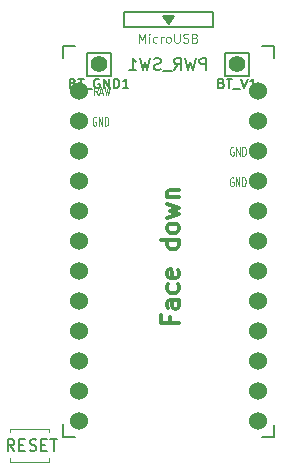
<source format=gbr>
%TF.GenerationSoftware,KiCad,Pcbnew,(6.0.2-0)*%
%TF.CreationDate,2022-03-04T17:43:14-06:00*%
%TF.ProjectId,Exkeylibur,45786b65-796c-4696-9275-722e6b696361,rev?*%
%TF.SameCoordinates,Original*%
%TF.FileFunction,Legend,Top*%
%TF.FilePolarity,Positive*%
%FSLAX46Y46*%
G04 Gerber Fmt 4.6, Leading zero omitted, Abs format (unit mm)*
G04 Created by KiCad (PCBNEW (6.0.2-0)) date 2022-03-04 17:43:14*
%MOMM*%
%LPD*%
G01*
G04 APERTURE LIST*
%ADD10C,0.300000*%
%ADD11C,0.125000*%
%ADD12C,0.150000*%
%ADD13C,0.120000*%
%ADD14C,1.524000*%
%ADD15C,1.397000*%
G04 APERTURE END LIST*
D10*
X138210392Y-71834069D02*
X138210392Y-72334069D01*
X138996106Y-72334069D02*
X137496106Y-72334069D01*
X137496106Y-71619783D01*
X138996106Y-70405497D02*
X138210392Y-70405497D01*
X138067535Y-70476926D01*
X137996106Y-70619783D01*
X137996106Y-70905497D01*
X138067535Y-71048354D01*
X138924677Y-70405497D02*
X138996106Y-70548354D01*
X138996106Y-70905497D01*
X138924677Y-71048354D01*
X138781820Y-71119783D01*
X138638963Y-71119783D01*
X138496106Y-71048354D01*
X138424677Y-70905497D01*
X138424677Y-70548354D01*
X138353249Y-70405497D01*
X138924677Y-69048354D02*
X138996106Y-69191212D01*
X138996106Y-69476926D01*
X138924677Y-69619783D01*
X138853249Y-69691212D01*
X138710392Y-69762640D01*
X138281820Y-69762640D01*
X138138963Y-69691212D01*
X138067535Y-69619783D01*
X137996106Y-69476926D01*
X137996106Y-69191212D01*
X138067535Y-69048354D01*
X138924677Y-67834069D02*
X138996106Y-67976926D01*
X138996106Y-68262640D01*
X138924677Y-68405497D01*
X138781820Y-68476926D01*
X138210392Y-68476926D01*
X138067535Y-68405497D01*
X137996106Y-68262640D01*
X137996106Y-67976926D01*
X138067535Y-67834069D01*
X138210392Y-67762640D01*
X138353249Y-67762640D01*
X138496106Y-68476926D01*
X138996106Y-65334069D02*
X137496106Y-65334069D01*
X138924677Y-65334069D02*
X138996106Y-65476926D01*
X138996106Y-65762640D01*
X138924677Y-65905497D01*
X138853249Y-65976926D01*
X138710392Y-66048354D01*
X138281820Y-66048354D01*
X138138963Y-65976926D01*
X138067535Y-65905497D01*
X137996106Y-65762640D01*
X137996106Y-65476926D01*
X138067535Y-65334069D01*
X138996106Y-64405497D02*
X138924677Y-64548354D01*
X138853249Y-64619783D01*
X138710392Y-64691212D01*
X138281820Y-64691212D01*
X138138963Y-64619783D01*
X138067535Y-64548354D01*
X137996106Y-64405497D01*
X137996106Y-64191212D01*
X138067535Y-64048354D01*
X138138963Y-63976926D01*
X138281820Y-63905497D01*
X138710392Y-63905497D01*
X138853249Y-63976926D01*
X138924677Y-64048354D01*
X138996106Y-64191212D01*
X138996106Y-64405497D01*
X137996106Y-63405497D02*
X138996106Y-63119783D01*
X138281820Y-62834069D01*
X138996106Y-62548354D01*
X137996106Y-62262640D01*
X137996106Y-61691212D02*
X138996106Y-61691212D01*
X138138963Y-61691212D02*
X138067535Y-61619783D01*
X137996106Y-61476926D01*
X137996106Y-61262640D01*
X138067535Y-61119783D01*
X138210392Y-61048354D01*
X138996106Y-61048354D01*
D11*
%TO.C,U1*%
X131966582Y-54914212D02*
X131918963Y-54878497D01*
X131847535Y-54878497D01*
X131776106Y-54914212D01*
X131728487Y-54985640D01*
X131704677Y-55057069D01*
X131680868Y-55199926D01*
X131680868Y-55307069D01*
X131704677Y-55449926D01*
X131728487Y-55521354D01*
X131776106Y-55592783D01*
X131847535Y-55628497D01*
X131895154Y-55628497D01*
X131966582Y-55592783D01*
X131990392Y-55557069D01*
X131990392Y-55307069D01*
X131895154Y-55307069D01*
X132204677Y-55628497D02*
X132204677Y-54878497D01*
X132490392Y-55628497D01*
X132490392Y-54878497D01*
X132728487Y-55628497D02*
X132728487Y-54878497D01*
X132847535Y-54878497D01*
X132918963Y-54914212D01*
X132966582Y-54985640D01*
X132990392Y-55057069D01*
X133014201Y-55199926D01*
X133014201Y-55307069D01*
X132990392Y-55449926D01*
X132966582Y-55521354D01*
X132918963Y-55592783D01*
X132847535Y-55628497D01*
X132728487Y-55628497D01*
X143596582Y-60024212D02*
X143548963Y-59988497D01*
X143477535Y-59988497D01*
X143406106Y-60024212D01*
X143358487Y-60095640D01*
X143334677Y-60167069D01*
X143310868Y-60309926D01*
X143310868Y-60417069D01*
X143334677Y-60559926D01*
X143358487Y-60631354D01*
X143406106Y-60702783D01*
X143477535Y-60738497D01*
X143525154Y-60738497D01*
X143596582Y-60702783D01*
X143620392Y-60667069D01*
X143620392Y-60417069D01*
X143525154Y-60417069D01*
X143834677Y-60738497D02*
X143834677Y-59988497D01*
X144120392Y-60738497D01*
X144120392Y-59988497D01*
X144358487Y-60738497D02*
X144358487Y-59988497D01*
X144477535Y-59988497D01*
X144548963Y-60024212D01*
X144596582Y-60095640D01*
X144620392Y-60167069D01*
X144644201Y-60309926D01*
X144644201Y-60417069D01*
X144620392Y-60559926D01*
X144596582Y-60631354D01*
X144548963Y-60702783D01*
X144477535Y-60738497D01*
X144358487Y-60738497D01*
D12*
D11*
X143616582Y-57444212D02*
X143568963Y-57408497D01*
X143497535Y-57408497D01*
X143426106Y-57444212D01*
X143378487Y-57515640D01*
X143354677Y-57587069D01*
X143330868Y-57729926D01*
X143330868Y-57837069D01*
X143354677Y-57979926D01*
X143378487Y-58051354D01*
X143426106Y-58122783D01*
X143497535Y-58158497D01*
X143545154Y-58158497D01*
X143616582Y-58122783D01*
X143640392Y-58087069D01*
X143640392Y-57837069D01*
X143545154Y-57837069D01*
X143854677Y-58158497D02*
X143854677Y-57408497D01*
X144140392Y-58158497D01*
X144140392Y-57408497D01*
X144378487Y-58158497D02*
X144378487Y-57408497D01*
X144497535Y-57408497D01*
X144568963Y-57444212D01*
X144616582Y-57515640D01*
X144640392Y-57587069D01*
X144664201Y-57729926D01*
X144664201Y-57837069D01*
X144640392Y-57979926D01*
X144616582Y-58051354D01*
X144568963Y-58122783D01*
X144497535Y-58158497D01*
X144378487Y-58158497D01*
D13*
X135621106Y-48588497D02*
X135621106Y-47838497D01*
X135871106Y-48374212D01*
X136121106Y-47838497D01*
X136121106Y-48588497D01*
X136478249Y-48588497D02*
X136478249Y-48088497D01*
X136478249Y-47838497D02*
X136442535Y-47874212D01*
X136478249Y-47909926D01*
X136513963Y-47874212D01*
X136478249Y-47838497D01*
X136478249Y-47909926D01*
X137156820Y-48552783D02*
X137085392Y-48588497D01*
X136942535Y-48588497D01*
X136871106Y-48552783D01*
X136835392Y-48517069D01*
X136799677Y-48445640D01*
X136799677Y-48231354D01*
X136835392Y-48159926D01*
X136871106Y-48124212D01*
X136942535Y-48088497D01*
X137085392Y-48088497D01*
X137156820Y-48124212D01*
X137478249Y-48588497D02*
X137478249Y-48088497D01*
X137478249Y-48231354D02*
X137513963Y-48159926D01*
X137549677Y-48124212D01*
X137621106Y-48088497D01*
X137692535Y-48088497D01*
X138049677Y-48588497D02*
X137978249Y-48552783D01*
X137942535Y-48517069D01*
X137906820Y-48445640D01*
X137906820Y-48231354D01*
X137942535Y-48159926D01*
X137978249Y-48124212D01*
X138049677Y-48088497D01*
X138156820Y-48088497D01*
X138228249Y-48124212D01*
X138263963Y-48159926D01*
X138299677Y-48231354D01*
X138299677Y-48445640D01*
X138263963Y-48517069D01*
X138228249Y-48552783D01*
X138156820Y-48588497D01*
X138049677Y-48588497D01*
X138621106Y-47838497D02*
X138621106Y-48445640D01*
X138656820Y-48517069D01*
X138692535Y-48552783D01*
X138763963Y-48588497D01*
X138906820Y-48588497D01*
X138978249Y-48552783D01*
X139013963Y-48517069D01*
X139049677Y-48445640D01*
X139049677Y-47838497D01*
X139371106Y-48552783D02*
X139478249Y-48588497D01*
X139656820Y-48588497D01*
X139728249Y-48552783D01*
X139763963Y-48517069D01*
X139799677Y-48445640D01*
X139799677Y-48374212D01*
X139763963Y-48302783D01*
X139728249Y-48267069D01*
X139656820Y-48231354D01*
X139513963Y-48195640D01*
X139442535Y-48159926D01*
X139406820Y-48124212D01*
X139371106Y-48052783D01*
X139371106Y-47981354D01*
X139406820Y-47909926D01*
X139442535Y-47874212D01*
X139513963Y-47838497D01*
X139692535Y-47838497D01*
X139799677Y-47874212D01*
X140371106Y-48195640D02*
X140478249Y-48231354D01*
X140513963Y-48267069D01*
X140549677Y-48338497D01*
X140549677Y-48445640D01*
X140513963Y-48517069D01*
X140478249Y-48552783D01*
X140406820Y-48588497D01*
X140121106Y-48588497D01*
X140121106Y-47838497D01*
X140371106Y-47838497D01*
X140442535Y-47874212D01*
X140478249Y-47909926D01*
X140513963Y-47981354D01*
X140513963Y-48052783D01*
X140478249Y-48124212D01*
X140442535Y-48159926D01*
X140371106Y-48195640D01*
X140121106Y-48195640D01*
D11*
X132126287Y-53060922D02*
X131959621Y-52703779D01*
X131840573Y-53060922D02*
X131840573Y-52310922D01*
X132031049Y-52310922D01*
X132078668Y-52346637D01*
X132102478Y-52382351D01*
X132126287Y-52453779D01*
X132126287Y-52560922D01*
X132102478Y-52632351D01*
X132078668Y-52668065D01*
X132031049Y-52703779D01*
X131840573Y-52703779D01*
X132316764Y-52846637D02*
X132554859Y-52846637D01*
X132269145Y-53060922D02*
X132435811Y-52310922D01*
X132602478Y-53060922D01*
X132721526Y-52310922D02*
X132840573Y-53060922D01*
X132935811Y-52525208D01*
X133031049Y-53060922D01*
X133150097Y-52310922D01*
D12*
%TO.C,BT_V1*%
X142608925Y-52028154D02*
X142725039Y-52066859D01*
X142763744Y-52105564D01*
X142802449Y-52182973D01*
X142802449Y-52299088D01*
X142763744Y-52376497D01*
X142725039Y-52415202D01*
X142647630Y-52453907D01*
X142337992Y-52453907D01*
X142337992Y-51641107D01*
X142608925Y-51641107D01*
X142686335Y-51679812D01*
X142725039Y-51718516D01*
X142763744Y-51795926D01*
X142763744Y-51873335D01*
X142725039Y-51950745D01*
X142686335Y-51989450D01*
X142608925Y-52028154D01*
X142337992Y-52028154D01*
X143034677Y-51641107D02*
X143499135Y-51641107D01*
X143266906Y-52453907D02*
X143266906Y-51641107D01*
X143576544Y-52531316D02*
X144195820Y-52531316D01*
X144273230Y-51641107D02*
X144544163Y-52453907D01*
X144815096Y-51641107D01*
X145511782Y-52453907D02*
X145047325Y-52453907D01*
X145279554Y-52453907D02*
X145279554Y-51641107D01*
X145202144Y-51757221D01*
X145124735Y-51834631D01*
X145047325Y-51873335D01*
%TO.C,BT_GND1*%
X130034715Y-52028154D02*
X130150830Y-52066859D01*
X130189535Y-52105564D01*
X130228239Y-52182973D01*
X130228239Y-52299088D01*
X130189535Y-52376497D01*
X130150830Y-52415202D01*
X130073420Y-52453907D01*
X129763782Y-52453907D01*
X129763782Y-51641107D01*
X130034715Y-51641107D01*
X130112125Y-51679812D01*
X130150830Y-51718516D01*
X130189535Y-51795926D01*
X130189535Y-51873335D01*
X130150830Y-51950745D01*
X130112125Y-51989450D01*
X130034715Y-52028154D01*
X129763782Y-52028154D01*
X130460468Y-51641107D02*
X130924925Y-51641107D01*
X130692696Y-52453907D02*
X130692696Y-51641107D01*
X131002335Y-52531316D02*
X131621611Y-52531316D01*
X132240887Y-51679812D02*
X132163477Y-51641107D01*
X132047363Y-51641107D01*
X131931249Y-51679812D01*
X131853839Y-51757221D01*
X131815135Y-51834631D01*
X131776430Y-51989450D01*
X131776430Y-52105564D01*
X131815135Y-52260383D01*
X131853839Y-52337792D01*
X131931249Y-52415202D01*
X132047363Y-52453907D01*
X132124773Y-52453907D01*
X132240887Y-52415202D01*
X132279592Y-52376497D01*
X132279592Y-52105564D01*
X132124773Y-52105564D01*
X132627935Y-52453907D02*
X132627935Y-51641107D01*
X133092392Y-52453907D01*
X133092392Y-51641107D01*
X133479439Y-52453907D02*
X133479439Y-51641107D01*
X133672963Y-51641107D01*
X133789077Y-51679812D01*
X133866487Y-51757221D01*
X133905192Y-51834631D01*
X133943896Y-51989450D01*
X133943896Y-52105564D01*
X133905192Y-52260383D01*
X133866487Y-52337792D01*
X133789077Y-52415202D01*
X133672963Y-52453907D01*
X133479439Y-52453907D01*
X134717992Y-52453907D02*
X134253535Y-52453907D01*
X134485763Y-52453907D02*
X134485763Y-51641107D01*
X134408354Y-51757221D01*
X134330944Y-51834631D01*
X134253535Y-51873335D01*
%TO.C,PWR_SW1*%
X141304897Y-50906517D02*
X141304897Y-49906517D01*
X140923944Y-49906517D01*
X140828706Y-49954137D01*
X140781087Y-50001756D01*
X140733468Y-50096994D01*
X140733468Y-50239851D01*
X140781087Y-50335089D01*
X140828706Y-50382708D01*
X140923944Y-50430327D01*
X141304897Y-50430327D01*
X140400135Y-49906517D02*
X140162040Y-50906517D01*
X139971563Y-50192232D01*
X139781087Y-50906517D01*
X139542992Y-49906517D01*
X138590611Y-50906517D02*
X138923944Y-50430327D01*
X139162040Y-50906517D02*
X139162040Y-49906517D01*
X138781087Y-49906517D01*
X138685849Y-49954137D01*
X138638230Y-50001756D01*
X138590611Y-50096994D01*
X138590611Y-50239851D01*
X138638230Y-50335089D01*
X138685849Y-50382708D01*
X138781087Y-50430327D01*
X139162040Y-50430327D01*
X138400135Y-51001756D02*
X137638230Y-51001756D01*
X137447754Y-50858898D02*
X137304897Y-50906517D01*
X137066802Y-50906517D01*
X136971563Y-50858898D01*
X136923944Y-50811279D01*
X136876325Y-50716041D01*
X136876325Y-50620803D01*
X136923944Y-50525565D01*
X136971563Y-50477946D01*
X137066802Y-50430327D01*
X137257278Y-50382708D01*
X137352516Y-50335089D01*
X137400135Y-50287470D01*
X137447754Y-50192232D01*
X137447754Y-50096994D01*
X137400135Y-50001756D01*
X137352516Y-49954137D01*
X137257278Y-49906517D01*
X137019182Y-49906517D01*
X136876325Y-49954137D01*
X136542992Y-49906517D02*
X136304897Y-50906517D01*
X136114421Y-50192232D01*
X135923944Y-50906517D01*
X135685849Y-49906517D01*
X134781087Y-50906517D02*
X135352516Y-50906517D01*
X135066802Y-50906517D02*
X135066802Y-49906517D01*
X135162040Y-50049375D01*
X135257278Y-50144613D01*
X135352516Y-50192232D01*
%TO.C,RSW1*%
X125061421Y-83144017D02*
X124728087Y-82667827D01*
X124489992Y-83144017D02*
X124489992Y-82144017D01*
X124870944Y-82144017D01*
X124966182Y-82191637D01*
X125013802Y-82239256D01*
X125061421Y-82334494D01*
X125061421Y-82477351D01*
X125013802Y-82572589D01*
X124966182Y-82620208D01*
X124870944Y-82667827D01*
X124489992Y-82667827D01*
X125489992Y-82620208D02*
X125823325Y-82620208D01*
X125966182Y-83144017D02*
X125489992Y-83144017D01*
X125489992Y-82144017D01*
X125966182Y-82144017D01*
X126347135Y-83096398D02*
X126489992Y-83144017D01*
X126728087Y-83144017D01*
X126823325Y-83096398D01*
X126870944Y-83048779D01*
X126918563Y-82953541D01*
X126918563Y-82858303D01*
X126870944Y-82763065D01*
X126823325Y-82715446D01*
X126728087Y-82667827D01*
X126537611Y-82620208D01*
X126442373Y-82572589D01*
X126394754Y-82524970D01*
X126347135Y-82429732D01*
X126347135Y-82334494D01*
X126394754Y-82239256D01*
X126442373Y-82191637D01*
X126537611Y-82144017D01*
X126775706Y-82144017D01*
X126918563Y-82191637D01*
X127347135Y-82620208D02*
X127680468Y-82620208D01*
X127823325Y-83144017D02*
X127347135Y-83144017D01*
X127347135Y-82144017D01*
X127823325Y-82144017D01*
X128109040Y-82144017D02*
X128680468Y-82144017D01*
X128394754Y-83144017D02*
X128394754Y-82144017D01*
%TO.C,U1*%
X147017535Y-81949212D02*
X146007535Y-81949212D01*
X138617535Y-46349212D02*
X138117535Y-46999212D01*
X129217535Y-81949212D02*
X130217535Y-81949212D01*
X129217535Y-48899212D02*
X130217535Y-48899212D01*
X141867535Y-45999212D02*
X134367535Y-45999212D01*
X137967535Y-46799212D02*
X138267535Y-46799212D01*
X137617535Y-46349212D02*
X138617535Y-46349212D01*
X147017535Y-48899212D02*
X147017535Y-49899212D01*
X141867535Y-47299212D02*
X141867535Y-45999212D01*
X138117535Y-46999212D02*
X137617535Y-46349212D01*
X129217535Y-80899212D02*
X129217535Y-81949212D01*
X134367535Y-47299212D02*
X141867535Y-47299212D01*
X137867535Y-46649212D02*
X138367535Y-46649212D01*
X147017535Y-80949212D02*
X147017535Y-81949212D01*
X147017535Y-48899212D02*
X146067535Y-48899212D01*
X129217535Y-48899212D02*
X129217535Y-49899212D01*
X137767535Y-46499212D02*
X138467535Y-46499212D01*
X134367535Y-45999212D02*
X134367535Y-47299212D01*
D13*
%TO.C,RSW1*%
X124729535Y-81293212D02*
X128029535Y-81293212D01*
X124729535Y-83793212D02*
X124729535Y-84093212D01*
X128029535Y-81293212D02*
X128029535Y-81593212D01*
X128029535Y-84093212D02*
X128029535Y-83793212D01*
X124729535Y-84093212D02*
X128029535Y-84093212D01*
X124729535Y-81593212D02*
X124729535Y-81293212D01*
D12*
%TO.C,BT_V1*%
X144905535Y-49435212D02*
X142905535Y-49435212D01*
X142905535Y-51435212D02*
X144905535Y-51435212D01*
X142905535Y-49435212D02*
X142905535Y-51435212D01*
X144905535Y-51435212D02*
X144905535Y-49435212D01*
%TO.C,BT_GND1*%
X133221535Y-49435212D02*
X131221535Y-49435212D01*
X131221535Y-51435212D02*
X133221535Y-51435212D01*
X133221535Y-51435212D02*
X133221535Y-49435212D01*
X131221535Y-49435212D02*
X131221535Y-51435212D01*
%TD*%
D14*
%TO.C,U1*%
X145728935Y-52721212D03*
X145728935Y-55261212D03*
X145728935Y-57801212D03*
X145728935Y-60341212D03*
X145728935Y-62881212D03*
X145728935Y-65421212D03*
X145728935Y-67961212D03*
X145728935Y-70501212D03*
X145728935Y-73041212D03*
X145728935Y-75581212D03*
X145728935Y-78121212D03*
X145728935Y-80661212D03*
X130508935Y-80661212D03*
X130508935Y-78121212D03*
X130508935Y-75581212D03*
X130508935Y-73041212D03*
X130508935Y-70501212D03*
X130508935Y-67961212D03*
X130508935Y-65421212D03*
X130508935Y-62881212D03*
X130508935Y-60341212D03*
X130508935Y-57801212D03*
X130508935Y-55261212D03*
X130508935Y-52721212D03*
%TD*%
D15*
%TO.C,BT_V1*%
X143905535Y-50435212D03*
%TD*%
%TO.C,BT_GND1*%
X132221535Y-50435212D03*
%TD*%
M02*

</source>
